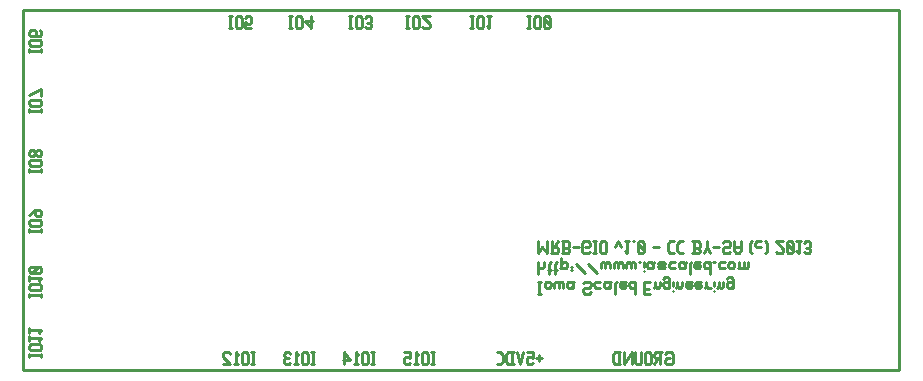
<source format=gbr>
G04 start of page 8 for group -4078 idx -4078 *
G04 Title: (unknown), bottomsilk *
G04 Creator: pcb 20110918 *
G04 CreationDate: Thu 04 Apr 2013 04:22:17 AM GMT UTC *
G04 For: railfan *
G04 Format: Gerber/RS-274X *
G04 PCB-Dimensions: 293000 121000 *
G04 PCB-Coordinate-Origin: lower left *
%MOIN*%
%FSLAX25Y25*%
%LNBOTTOMSILK*%
%ADD86C,0.0100*%
G54D86*X500Y120500D02*X292500D01*
X500Y500D02*Y120500D01*
X292500D02*Y500D01*
X500D01*
X171500Y4500D02*X173500D01*
X172500Y3500D02*Y5500D01*
X168300Y6500D02*X170300D01*
Y4500D02*Y6500D01*
Y4500D02*X169800Y5000D01*
X168800D02*X169800D01*
X168800D02*X168300Y4500D01*
Y3000D02*Y4500D01*
X168800Y2500D02*X168300Y3000D01*
X168800Y2500D02*X169800D01*
X170300Y3000D02*X169800Y2500D01*
X167100Y6500D02*X166100Y2500D01*
X165100Y6500D01*
X163400Y2500D02*Y6500D01*
X162100D02*X161400Y5800D01*
Y3200D02*Y5800D01*
X162100Y2500D02*X161400Y3200D01*
X162100Y2500D02*X163900D01*
X162100Y6500D02*X163900D01*
X158200Y2500D02*X159500D01*
X160200Y3200D02*X159500Y2500D01*
X160200Y3200D02*Y5800D01*
X159500Y6500D01*
X158200D02*X159500D01*
X215000D02*X214500Y6000D01*
X215000Y6500D02*X216500D01*
X217000Y6000D02*X216500Y6500D01*
X217000Y3000D02*Y6000D01*
Y3000D02*X216500Y2500D01*
X215000D02*X216500D01*
X215000D02*X214500Y3000D01*
Y4000D01*
X215000Y4500D02*X214500Y4000D01*
X215000Y4500D02*X216000D01*
X211300Y6500D02*X213300D01*
X211300D02*X210800Y6000D01*
Y5000D02*Y6000D01*
X211300Y4500D02*X210800Y5000D01*
X211300Y4500D02*X212800D01*
Y2500D02*Y6500D01*
X212000Y4500D02*X210800Y2500D01*
X209600Y3000D02*Y6000D01*
X209100Y6500D01*
X208100D02*X209100D01*
X208100D02*X207600Y6000D01*
Y3000D02*Y6000D01*
X208100Y2500D02*X207600Y3000D01*
X208100Y2500D02*X209100D01*
X209600Y3000D02*X209100Y2500D01*
X206400Y3000D02*Y6500D01*
Y3000D02*X205900Y2500D01*
X204900D02*X205900D01*
X204900D02*X204400Y3000D01*
Y6500D01*
X203200Y2500D02*Y6500D01*
X200700Y2500D01*
Y6500D01*
X199000Y2500D02*Y6500D01*
X197700D02*X197000Y5800D01*
Y3200D02*Y5800D01*
X197700Y2500D02*X197000Y3200D01*
X197700Y2500D02*X199500D01*
X197700Y6500D02*X199500D01*
X168500Y114500D02*X169500D01*
X169000D02*Y118500D01*
X168500D02*X169500D01*
X170700Y115000D02*Y118000D01*
Y115000D02*X171200Y114500D01*
X172200D01*
X172700Y115000D01*
Y118000D01*
X172200Y118500D02*X172700Y118000D01*
X171200Y118500D02*X172200D01*
X170700Y118000D02*X171200Y118500D01*
X173900Y118000D02*X174400Y118500D01*
X173900Y115000D02*Y118000D01*
Y115000D02*X174400Y114500D01*
X175400D01*
X175900Y115000D01*
Y118000D01*
X175400Y118500D02*X175900Y118000D01*
X174400Y118500D02*X175400D01*
X173900Y117500D02*X175900Y115500D01*
X172000Y39500D02*Y43500D01*
Y39500D02*X173500Y41500D01*
X175000Y39500D01*
Y43500D01*
X176200Y39500D02*X178200D01*
X178700Y40000D01*
Y41000D01*
X178200Y41500D02*X178700Y41000D01*
X176700Y41500D02*X178200D01*
X176700Y39500D02*Y43500D01*
X177500Y41500D02*X178700Y43500D01*
X179900D02*X181900D01*
X182400Y43000D01*
Y41800D02*Y43000D01*
X181900Y41300D02*X182400Y41800D01*
X180400Y41300D02*X181900D01*
X180400Y39500D02*Y43500D01*
X179900Y39500D02*X181900D01*
X182400Y40000D01*
Y40800D01*
X181900Y41300D02*X182400Y40800D01*
X183600Y41500D02*X185600D01*
X188800Y39500D02*X189300Y40000D01*
X187300Y39500D02*X188800D01*
X186800Y40000D02*X187300Y39500D01*
X186800Y40000D02*Y43000D01*
X187300Y43500D01*
X188800D01*
X189300Y43000D01*
Y42000D02*Y43000D01*
X188800Y41500D02*X189300Y42000D01*
X187800Y41500D02*X188800D01*
X190500Y39500D02*X191500D01*
X191000D02*Y43500D01*
X190500D02*X191500D01*
X192700Y40000D02*Y43000D01*
Y40000D02*X193200Y39500D01*
X194200D01*
X194700Y40000D01*
Y43000D01*
X194200Y43500D02*X194700Y43000D01*
X193200Y43500D02*X194200D01*
X192700Y43000D02*X193200Y43500D01*
X197700Y41500D02*X198700Y43500D01*
X199700Y41500D02*X198700Y43500D01*
X200900Y40300D02*X201700Y39500D01*
Y43500D01*
X200900D02*X202400D01*
X203600D02*X204100D01*
X205300Y43000D02*X205800Y43500D01*
X205300Y40000D02*Y43000D01*
Y40000D02*X205800Y39500D01*
X206800D01*
X207300Y40000D01*
Y43000D01*
X206800Y43500D02*X207300Y43000D01*
X205800Y43500D02*X206800D01*
X205300Y42500D02*X207300Y40500D01*
X210300Y41500D02*X212300D01*
X216000Y43500D02*X217300D01*
X215300Y42800D02*X216000Y43500D01*
X215300Y40200D02*Y42800D01*
Y40200D02*X216000Y39500D01*
X217300D01*
X219200Y43500D02*X220500D01*
X218500Y42800D02*X219200Y43500D01*
X218500Y40200D02*Y42800D01*
Y40200D02*X219200Y39500D01*
X220500D01*
X223500Y43500D02*X225500D01*
X226000Y43000D01*
Y41800D02*Y43000D01*
X225500Y41300D02*X226000Y41800D01*
X224000Y41300D02*X225500D01*
X224000Y39500D02*Y43500D01*
X223500Y39500D02*X225500D01*
X226000Y40000D01*
Y40800D01*
X225500Y41300D02*X226000Y40800D01*
X227200Y39500D02*X228200Y41500D01*
X229200Y39500D01*
X228200Y41500D02*Y43500D01*
X230400Y41500D02*X232400D01*
X235600Y39500D02*X236100Y40000D01*
X234100Y39500D02*X235600D01*
X233600Y40000D02*X234100Y39500D01*
X233600Y40000D02*Y41000D01*
X234100Y41500D01*
X235600D01*
X236100Y42000D01*
Y43000D01*
X235600Y43500D02*X236100Y43000D01*
X234100Y43500D02*X235600D01*
X233600Y43000D02*X234100Y43500D01*
X237300Y40500D02*Y43500D01*
Y40500D02*X238000Y39500D01*
X239100D01*
X239800Y40500D01*
Y43500D01*
X237300Y41500D02*X239800D01*
X242800Y43000D02*X243300Y43500D01*
X242800Y40000D02*X243300Y39500D01*
X242800Y40000D02*Y43000D01*
X245000Y41500D02*X246500D01*
X244500Y42000D02*X245000Y41500D01*
X244500Y42000D02*Y43000D01*
X245000Y43500D01*
X246500D01*
X247700Y39500D02*X248200Y40000D01*
Y43000D01*
X247700Y43500D02*X248200Y43000D01*
X251200Y40000D02*X251700Y39500D01*
X253200D01*
X253700Y40000D01*
Y41000D01*
X251200Y43500D02*X253700Y41000D01*
X251200Y43500D02*X253700D01*
X254900Y43000D02*X255400Y43500D01*
X254900Y40000D02*Y43000D01*
Y40000D02*X255400Y39500D01*
X256400D01*
X256900Y40000D01*
Y43000D01*
X256400Y43500D02*X256900Y43000D01*
X255400Y43500D02*X256400D01*
X254900Y42500D02*X256900Y40500D01*
X258100Y40300D02*X258900Y39500D01*
Y43500D01*
X258100D02*X259600D01*
X260800Y40000D02*X261300Y39500D01*
X262300D01*
X262800Y40000D01*
X262300Y43500D02*X262800Y43000D01*
X261300Y43500D02*X262300D01*
X260800Y43000D02*X261300Y43500D01*
Y41300D02*X262300D01*
X262800Y40000D02*Y40800D01*
Y41800D02*Y43000D01*
Y41800D02*X262300Y41300D01*
X262800Y40800D02*X262300Y41300D01*
X172000Y32500D02*Y36500D01*
Y35000D02*X172500Y34500D01*
X173500D01*
X174000Y35000D01*
Y36500D01*
X175700Y32500D02*Y36000D01*
X176200Y36500D01*
X175200Y34000D02*X176200D01*
X177700Y32500D02*Y36000D01*
X178200Y36500D01*
X177200Y34000D02*X178200D01*
X179700Y35000D02*Y38000D01*
X179200Y34500D02*X179700Y35000D01*
X180200Y34500D01*
X181200D01*
X181700Y35000D01*
Y36000D01*
X181200Y36500D02*X181700Y36000D01*
X180200Y36500D02*X181200D01*
X179700Y36000D02*X180200Y36500D01*
X182900Y34000D02*X183400D01*
X182900Y35000D02*X183400D01*
X184600Y36000D02*X187600Y33000D01*
X188800Y36000D02*X191800Y33000D01*
X193000Y34500D02*Y36000D01*
X193500Y36500D01*
X194000D01*
X194500Y36000D01*
Y34500D02*Y36000D01*
X195000Y36500D01*
X195500D01*
X196000Y36000D01*
Y34500D02*Y36000D01*
X197200Y34500D02*Y36000D01*
X197700Y36500D01*
X198200D01*
X198700Y36000D01*
Y34500D02*Y36000D01*
X199200Y36500D01*
X199700D01*
X200200Y36000D01*
Y34500D02*Y36000D01*
X201400Y34500D02*Y36000D01*
X201900Y36500D01*
X202400D01*
X202900Y36000D01*
Y34500D02*Y36000D01*
X203400Y36500D01*
X203900D01*
X204400Y36000D01*
Y34500D02*Y36000D01*
X205600Y36500D02*X206100D01*
X207300Y33500D02*Y33600D01*
Y35000D02*Y36500D01*
X209800Y34500D02*X210300Y35000D01*
X208800Y34500D02*X209800D01*
X208300Y35000D02*X208800Y34500D01*
X208300Y35000D02*Y36000D01*
X208800Y36500D01*
X210300Y34500D02*Y36000D01*
X210800Y36500D01*
X208800D02*X209800D01*
X210300Y36000D01*
X212500Y36500D02*X214000D01*
X214500Y36000D01*
X214000Y35500D02*X214500Y36000D01*
X212500Y35500D02*X214000D01*
X212000Y35000D02*X212500Y35500D01*
X212000Y35000D02*X212500Y34500D01*
X214000D01*
X214500Y35000D01*
X212000Y36000D02*X212500Y36500D01*
X216200Y34500D02*X217700D01*
X215700Y35000D02*X216200Y34500D01*
X215700Y35000D02*Y36000D01*
X216200Y36500D01*
X217700D01*
X220400Y34500D02*X220900Y35000D01*
X219400Y34500D02*X220400D01*
X218900Y35000D02*X219400Y34500D01*
X218900Y35000D02*Y36000D01*
X219400Y36500D01*
X220900Y34500D02*Y36000D01*
X221400Y36500D01*
X219400D02*X220400D01*
X220900Y36000D01*
X222600Y32500D02*Y36000D01*
X223100Y36500D01*
X224600D02*X226100D01*
X224100Y36000D02*X224600Y36500D01*
X224100Y35000D02*Y36000D01*
Y35000D02*X224600Y34500D01*
X225600D01*
X226100Y35000D01*
X224100Y35500D02*X226100D01*
Y35000D02*Y35500D01*
X229300Y32500D02*Y36500D01*
X228800D02*X229300Y36000D01*
X227800Y36500D02*X228800D01*
X227300Y36000D02*X227800Y36500D01*
X227300Y35000D02*Y36000D01*
Y35000D02*X227800Y34500D01*
X228800D01*
X229300Y35000D01*
X230500Y36500D02*X231000D01*
X232700Y34500D02*X234200D01*
X232200Y35000D02*X232700Y34500D01*
X232200Y35000D02*Y36000D01*
X232700Y36500D01*
X234200D01*
X235400Y35000D02*Y36000D01*
Y35000D02*X235900Y34500D01*
X236900D01*
X237400Y35000D01*
Y36000D01*
X236900Y36500D02*X237400Y36000D01*
X235900Y36500D02*X236900D01*
X235400Y36000D02*X235900Y36500D01*
X239100Y35000D02*Y36500D01*
Y35000D02*X239600Y34500D01*
X240100D01*
X240600Y35000D01*
Y36500D01*
Y35000D02*X241100Y34500D01*
X241600D01*
X242100Y35000D01*
Y36500D01*
X238600Y34500D02*X239100Y35000D01*
X172000Y26000D02*X173000D01*
X172500D02*Y30000D01*
X172000D02*X173000D01*
X174200Y28500D02*Y29500D01*
Y28500D02*X174700Y28000D01*
X175700D01*
X176200Y28500D01*
Y29500D01*
X175700Y30000D02*X176200Y29500D01*
X174700Y30000D02*X175700D01*
X174200Y29500D02*X174700Y30000D01*
X177400Y28000D02*Y29500D01*
X177900Y30000D01*
X178400D01*
X178900Y29500D01*
Y28000D02*Y29500D01*
X179400Y30000D01*
X179900D01*
X180400Y29500D01*
Y28000D02*Y29500D01*
X183100Y28000D02*X183600Y28500D01*
X182100Y28000D02*X183100D01*
X181600Y28500D02*X182100Y28000D01*
X181600Y28500D02*Y29500D01*
X182100Y30000D01*
X183600Y28000D02*Y29500D01*
X184100Y30000D01*
X182100D02*X183100D01*
X183600Y29500D01*
X189100Y26000D02*X189600Y26500D01*
X187600Y26000D02*X189100D01*
X187100Y26500D02*X187600Y26000D01*
X187100Y26500D02*Y27500D01*
X187600Y28000D01*
X189100D01*
X189600Y28500D01*
Y29500D01*
X189100Y30000D02*X189600Y29500D01*
X187600Y30000D02*X189100D01*
X187100Y29500D02*X187600Y30000D01*
X191300Y28000D02*X192800D01*
X190800Y28500D02*X191300Y28000D01*
X190800Y28500D02*Y29500D01*
X191300Y30000D01*
X192800D01*
X195500Y28000D02*X196000Y28500D01*
X194500Y28000D02*X195500D01*
X194000Y28500D02*X194500Y28000D01*
X194000Y28500D02*Y29500D01*
X194500Y30000D01*
X196000Y28000D02*Y29500D01*
X196500Y30000D01*
X194500D02*X195500D01*
X196000Y29500D01*
X197700Y26000D02*Y29500D01*
X198200Y30000D01*
X199700D02*X201200D01*
X199200Y29500D02*X199700Y30000D01*
X199200Y28500D02*Y29500D01*
Y28500D02*X199700Y28000D01*
X200700D01*
X201200Y28500D01*
X199200Y29000D02*X201200D01*
Y28500D02*Y29000D01*
X204400Y26000D02*Y30000D01*
X203900D02*X204400Y29500D01*
X202900Y30000D02*X203900D01*
X202400Y29500D02*X202900Y30000D01*
X202400Y28500D02*Y29500D01*
Y28500D02*X202900Y28000D01*
X203900D01*
X204400Y28500D01*
X207400Y27800D02*X208900D01*
X207400Y30000D02*X209400D01*
X207400Y26000D02*Y30000D01*
Y26000D02*X209400D01*
X211100Y28500D02*Y30000D01*
Y28500D02*X211600Y28000D01*
X212100D01*
X212600Y28500D01*
Y30000D01*
X210600Y28000D02*X211100Y28500D01*
X215300Y28000D02*X215800Y28500D01*
X214300Y28000D02*X215300D01*
X213800Y28500D02*X214300Y28000D01*
X213800Y28500D02*Y29500D01*
X214300Y30000D01*
X215300D01*
X215800Y29500D01*
X213800Y31000D02*X214300Y31500D01*
X215300D01*
X215800Y31000D01*
Y28000D02*Y31000D01*
X217000Y27000D02*Y27100D01*
Y28500D02*Y30000D01*
X218500Y28500D02*Y30000D01*
Y28500D02*X219000Y28000D01*
X219500D01*
X220000Y28500D01*
Y30000D01*
X218000Y28000D02*X218500Y28500D01*
X221700Y30000D02*X223200D01*
X221200Y29500D02*X221700Y30000D01*
X221200Y28500D02*Y29500D01*
Y28500D02*X221700Y28000D01*
X222700D01*
X223200Y28500D01*
X221200Y29000D02*X223200D01*
Y28500D02*Y29000D01*
X224900Y30000D02*X226400D01*
X224400Y29500D02*X224900Y30000D01*
X224400Y28500D02*Y29500D01*
Y28500D02*X224900Y28000D01*
X225900D01*
X226400Y28500D01*
X224400Y29000D02*X226400D01*
Y28500D02*Y29000D01*
X228100Y28500D02*Y30000D01*
Y28500D02*X228600Y28000D01*
X229600D01*
X227600D02*X228100Y28500D01*
X230800Y27000D02*Y27100D01*
Y28500D02*Y30000D01*
X232300Y28500D02*Y30000D01*
Y28500D02*X232800Y28000D01*
X233300D01*
X233800Y28500D01*
Y30000D01*
X231800Y28000D02*X232300Y28500D01*
X236500Y28000D02*X237000Y28500D01*
X235500Y28000D02*X236500D01*
X235000Y28500D02*X235500Y28000D01*
X235000Y28500D02*Y29500D01*
X235500Y30000D01*
X236500D01*
X237000Y29500D01*
X235000Y31000D02*X235500Y31500D01*
X236500D01*
X237000Y31000D01*
Y28000D02*Y31000D01*
X116500Y6500D02*X117500D01*
X117000Y2500D02*Y6500D01*
X116500Y2500D02*X117500D01*
X115300Y3000D02*Y6000D01*
X114800Y6500D01*
X113800D02*X114800D01*
X113800D02*X113300Y6000D01*
Y3000D02*Y6000D01*
X113800Y2500D02*X113300Y3000D01*
X113800Y2500D02*X114800D01*
X115300Y3000D02*X114800Y2500D01*
X112100Y5700D02*X111300Y6500D01*
Y2500D02*Y6500D01*
X110600Y2500D02*X112100D01*
X109400Y4000D02*X107400Y6500D01*
X106900Y4000D02*X109400D01*
X107400Y2500D02*Y6500D01*
X136500D02*X137500D01*
X137000Y2500D02*Y6500D01*
X136500Y2500D02*X137500D01*
X135300Y3000D02*Y6000D01*
X134800Y6500D01*
X133800D02*X134800D01*
X133800D02*X133300Y6000D01*
Y3000D02*Y6000D01*
X133800Y2500D02*X133300Y3000D01*
X133800Y2500D02*X134800D01*
X135300Y3000D02*X134800Y2500D01*
X132100Y5700D02*X131300Y6500D01*
Y2500D02*Y6500D01*
X130600Y2500D02*X132100D01*
X127400Y6500D02*X129400D01*
Y4500D02*Y6500D01*
Y4500D02*X128900Y5000D01*
X127900D02*X128900D01*
X127900D02*X127400Y4500D01*
Y3000D02*Y4500D01*
X127900Y2500D02*X127400Y3000D01*
X127900Y2500D02*X128900D01*
X129400Y3000D02*X128900Y2500D01*
X96500Y6500D02*X97500D01*
X97000Y2500D02*Y6500D01*
X96500Y2500D02*X97500D01*
X95300Y3000D02*Y6000D01*
X94800Y6500D01*
X93800D02*X94800D01*
X93800D02*X93300Y6000D01*
Y3000D02*Y6000D01*
X93800Y2500D02*X93300Y3000D01*
X93800Y2500D02*X94800D01*
X95300Y3000D02*X94800Y2500D01*
X92100Y5700D02*X91300Y6500D01*
Y2500D02*Y6500D01*
X90600Y2500D02*X92100D01*
X89400Y6000D02*X88900Y6500D01*
X87900D02*X88900D01*
X87900D02*X87400Y6000D01*
X87900Y2500D02*X87400Y3000D01*
X87900Y2500D02*X88900D01*
X89400Y3000D02*X88900Y2500D01*
X87900Y4700D02*X88900D01*
X87400Y5200D02*Y6000D01*
Y3000D02*Y4200D01*
X87900Y4700D01*
X87400Y5200D02*X87900Y4700D01*
X76500Y6500D02*X77500D01*
X77000Y2500D02*Y6500D01*
X76500Y2500D02*X77500D01*
X75300Y3000D02*Y6000D01*
X74800Y6500D01*
X73800D02*X74800D01*
X73800D02*X73300Y6000D01*
Y3000D02*Y6000D01*
X73800Y2500D02*X73300Y3000D01*
X73800Y2500D02*X74800D01*
X75300Y3000D02*X74800Y2500D01*
X72100Y5700D02*X71300Y6500D01*
Y2500D02*Y6500D01*
X70600Y2500D02*X72100D01*
X69400Y6000D02*X68900Y6500D01*
X67400D02*X68900D01*
X67400D02*X66900Y6000D01*
Y5000D02*Y6000D01*
X69400Y2500D02*X66900Y5000D01*
Y2500D02*X69400D01*
X6500Y5000D02*Y6000D01*
X2500Y5500D02*X6500D01*
X2500Y5000D02*Y6000D01*
X3000Y7200D02*X6000D01*
X6500Y7700D01*
Y8700D01*
X6000Y9200D01*
X3000D02*X6000D01*
X2500Y8700D02*X3000Y9200D01*
X2500Y7700D02*Y8700D01*
X3000Y7200D02*X2500Y7700D01*
X5700Y10400D02*X6500Y11200D01*
X2500D02*X6500D01*
X2500Y10400D02*Y11900D01*
X5700Y13100D02*X6500Y13900D01*
X2500D02*X6500D01*
X2500Y13100D02*Y14600D01*
X149500Y114500D02*X150500D01*
X150000D02*Y118500D01*
X149500D02*X150500D01*
X151700Y115000D02*Y118000D01*
Y115000D02*X152200Y114500D01*
X153200D01*
X153700Y115000D01*
Y118000D01*
X153200Y118500D02*X153700Y118000D01*
X152200Y118500D02*X153200D01*
X151700Y118000D02*X152200Y118500D01*
X154900Y115300D02*X155700Y114500D01*
Y118500D01*
X154900D02*X156400D01*
X128000Y114500D02*X129000D01*
X128500D02*Y118500D01*
X128000D02*X129000D01*
X130200Y115000D02*Y118000D01*
Y115000D02*X130700Y114500D01*
X131700D01*
X132200Y115000D01*
Y118000D01*
X131700Y118500D02*X132200Y118000D01*
X130700Y118500D02*X131700D01*
X130200Y118000D02*X130700Y118500D01*
X133400Y115000D02*X133900Y114500D01*
X135400D01*
X135900Y115000D01*
Y116000D01*
X133400Y118500D02*X135900Y116000D01*
X133400Y118500D02*X135900D01*
X109000Y114500D02*X110000D01*
X109500D02*Y118500D01*
X109000D02*X110000D01*
X111200Y115000D02*Y118000D01*
Y115000D02*X111700Y114500D01*
X112700D01*
X113200Y115000D01*
Y118000D01*
X112700Y118500D02*X113200Y118000D01*
X111700Y118500D02*X112700D01*
X111200Y118000D02*X111700Y118500D01*
X114400Y115000D02*X114900Y114500D01*
X115900D01*
X116400Y115000D01*
X115900Y118500D02*X116400Y118000D01*
X114900Y118500D02*X115900D01*
X114400Y118000D02*X114900Y118500D01*
Y116300D02*X115900D01*
X116400Y115000D02*Y115800D01*
Y116800D02*Y118000D01*
Y116800D02*X115900Y116300D01*
X116400Y115800D02*X115900Y116300D01*
X89000Y114500D02*X90000D01*
X89500D02*Y118500D01*
X89000D02*X90000D01*
X91200Y115000D02*Y118000D01*
Y115000D02*X91700Y114500D01*
X92700D01*
X93200Y115000D01*
Y118000D01*
X92700Y118500D02*X93200Y118000D01*
X91700Y118500D02*X92700D01*
X91200Y118000D02*X91700Y118500D01*
X94400Y117000D02*X96400Y114500D01*
X94400Y117000D02*X96900D01*
X96400Y114500D02*Y118500D01*
X69000Y114500D02*X70000D01*
X69500D02*Y118500D01*
X69000D02*X70000D01*
X71200Y115000D02*Y118000D01*
Y115000D02*X71700Y114500D01*
X72700D01*
X73200Y115000D01*
Y118000D01*
X72700Y118500D02*X73200Y118000D01*
X71700Y118500D02*X72700D01*
X71200Y118000D02*X71700Y118500D01*
X74400Y114500D02*X76400D01*
X74400D02*Y116500D01*
X74900Y116000D01*
X75900D01*
X76400Y116500D01*
Y118000D01*
X75900Y118500D02*X76400Y118000D01*
X74900Y118500D02*X75900D01*
X74400Y118000D02*X74900Y118500D01*
X6500Y106500D02*Y107500D01*
X2500Y107000D02*X6500D01*
X2500Y106500D02*Y107500D01*
X3000Y108700D02*X6000D01*
X6500Y109200D01*
Y110200D01*
X6000Y110700D01*
X3000D02*X6000D01*
X2500Y110200D02*X3000Y110700D01*
X2500Y109200D02*Y110200D01*
X3000Y108700D02*X2500Y109200D01*
X6500Y113400D02*X6000Y113900D01*
X6500Y112400D02*Y113400D01*
X6000Y111900D02*X6500Y112400D01*
X3000Y111900D02*X6000D01*
X3000D02*X2500Y112400D01*
X4700Y113400D02*X4200Y113900D01*
X4700Y111900D02*Y113400D01*
X2500Y112400D02*Y113400D01*
X3000Y113900D01*
X4200D01*
X6500Y66500D02*Y67500D01*
X2500Y67000D02*X6500D01*
X2500Y66500D02*Y67500D01*
X3000Y68700D02*X6000D01*
X6500Y69200D01*
Y70200D01*
X6000Y70700D01*
X3000D02*X6000D01*
X2500Y70200D02*X3000Y70700D01*
X2500Y69200D02*Y70200D01*
X3000Y68700D02*X2500Y69200D01*
X3000Y71900D02*X2500Y72400D01*
X3000Y71900D02*X3800D01*
X4500Y72600D01*
Y73200D01*
X3800Y73900D01*
X3000D02*X3800D01*
X2500Y73400D02*X3000Y73900D01*
X2500Y72400D02*Y73400D01*
X5200Y71900D02*X4500Y72600D01*
X5200Y71900D02*X6000D01*
X6500Y72400D01*
Y73400D01*
X6000Y73900D01*
X5200D02*X6000D01*
X4500Y73200D02*X5200Y73900D01*
X6500Y46500D02*Y47500D01*
X2500Y47000D02*X6500D01*
X2500Y46500D02*Y47500D01*
X3000Y48700D02*X6000D01*
X6500Y49200D01*
Y50200D01*
X6000Y50700D01*
X3000D02*X6000D01*
X2500Y50200D02*X3000Y50700D01*
X2500Y49200D02*Y50200D01*
X3000Y48700D02*X2500Y49200D01*
Y52400D02*X4500Y53900D01*
X6000D01*
X6500Y53400D02*X6000Y53900D01*
X6500Y52400D02*Y53400D01*
X6000Y51900D02*X6500Y52400D01*
X5000Y51900D02*X6000D01*
X5000D02*X4500Y52400D01*
Y53900D01*
X6500Y86500D02*Y87500D01*
X2500Y87000D02*X6500D01*
X2500Y86500D02*Y87500D01*
X3000Y88700D02*X6000D01*
X6500Y89200D01*
Y90200D01*
X6000Y90700D01*
X3000D02*X6000D01*
X2500Y90200D02*X3000Y90700D01*
X2500Y89200D02*Y90200D01*
X3000Y88700D02*X2500Y89200D01*
Y92400D02*X6500Y94400D01*
Y91900D02*Y94400D01*
Y25000D02*Y26000D01*
X2500Y25500D02*X6500D01*
X2500Y25000D02*Y26000D01*
X3000Y27200D02*X6000D01*
X6500Y27700D01*
Y28700D01*
X6000Y29200D01*
X3000D02*X6000D01*
X2500Y28700D02*X3000Y29200D01*
X2500Y27700D02*Y28700D01*
X3000Y27200D02*X2500Y27700D01*
X5700Y30400D02*X6500Y31200D01*
X2500D02*X6500D01*
X2500Y30400D02*Y31900D01*
X3000Y33100D02*X2500Y33600D01*
X3000Y33100D02*X6000D01*
X6500Y33600D01*
Y34600D01*
X6000Y35100D01*
X3000D02*X6000D01*
X2500Y34600D02*X3000Y35100D01*
X2500Y33600D02*Y34600D01*
X3500Y33100D02*X5500Y35100D01*
M02*

</source>
